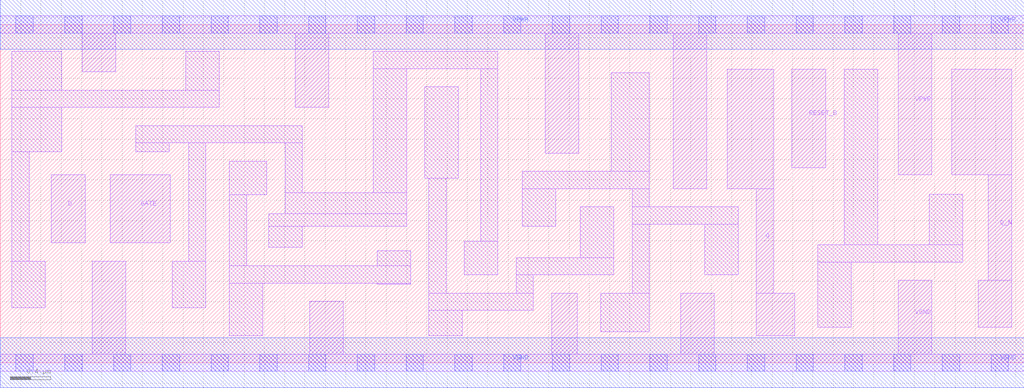
<source format=lef>
# Copyright 2020 The SkyWater PDK Authors
#
# Licensed under the Apache License, Version 2.0 (the "License");
# you may not use this file except in compliance with the License.
# You may obtain a copy of the License at
#
#     https://www.apache.org/licenses/LICENSE-2.0
#
# Unless required by applicable law or agreed to in writing, software
# distributed under the License is distributed on an "AS IS" BASIS,
# WITHOUT WARRANTIES OR CONDITIONS OF ANY KIND, either express or implied.
# See the License for the specific language governing permissions and
# limitations under the License.
#
# SPDX-License-Identifier: Apache-2.0

VERSION 5.7 ;
  NAMESCASESENSITIVE ON ;
  NOWIREEXTENSIONATPIN ON ;
  DIVIDERCHAR "/" ;
  BUSBITCHARS "[]" ;
UNITS
  DATABASE MICRONS 200 ;
END UNITS
MACRO sky130_fd_sc_lp__dlrbp_lp
  CLASS CORE ;
  SOURCE USER ;
  FOREIGN sky130_fd_sc_lp__dlrbp_lp ;
  ORIGIN  0.000000  0.000000 ;
  SIZE  10.08000 BY  3.330000 ;
  SYMMETRY X Y R90 ;
  SITE unit ;
  PIN D
    ANTENNAGATEAREA  0.376000 ;
    DIRECTION INPUT ;
    USE SIGNAL ;
    PORT
      LAYER li1 ;
        RECT 0.500000 1.180000 0.835000 1.850000 ;
    END
  END D
  PIN Q
    ANTENNADIFFAREA  0.404700 ;
    DIRECTION OUTPUT ;
    USE SIGNAL ;
    PORT
      LAYER li1 ;
        RECT 7.160000 1.715000 7.615000 2.890000 ;
        RECT 7.445000 0.265000 7.820000 0.685000 ;
        RECT 7.445000 0.685000 7.615000 1.715000 ;
    END
  END Q
  PIN Q_N
    ANTENNADIFFAREA  0.404700 ;
    DIRECTION OUTPUT ;
    USE SIGNAL ;
    PORT
      LAYER li1 ;
        RECT 9.370000 1.850000 9.960000 2.890000 ;
        RECT 9.630000 0.350000 9.960000 0.810000 ;
        RECT 9.725000 0.810000 9.960000 1.850000 ;
    END
  END Q_N
  PIN RESET_B
    ANTENNAGATEAREA  0.313000 ;
    DIRECTION INPUT ;
    USE SIGNAL ;
    PORT
      LAYER li1 ;
        RECT 7.795000 1.920000 8.125000 2.890000 ;
    END
  END RESET_B
  PIN GATE
    ANTENNAGATEAREA  0.376000 ;
    DIRECTION INPUT ;
    USE CLOCK ;
    PORT
      LAYER li1 ;
        RECT 1.085000 1.180000 1.675000 1.850000 ;
    END
  END GATE
  PIN VGND
    DIRECTION INOUT ;
    USE GROUND ;
    PORT
      LAYER li1 ;
        RECT 0.000000 -0.085000 10.080000 0.085000 ;
        RECT 0.905000  0.085000  1.235000 1.000000 ;
        RECT 3.045000  0.085000  3.375000 0.605000 ;
        RECT 5.430000  0.085000  5.680000 0.685000 ;
        RECT 6.700000  0.085000  7.030000 0.685000 ;
        RECT 8.840000  0.085000  9.170000 0.810000 ;
      LAYER mcon ;
        RECT 0.155000 -0.085000 0.325000 0.085000 ;
        RECT 0.635000 -0.085000 0.805000 0.085000 ;
        RECT 1.115000 -0.085000 1.285000 0.085000 ;
        RECT 1.595000 -0.085000 1.765000 0.085000 ;
        RECT 2.075000 -0.085000 2.245000 0.085000 ;
        RECT 2.555000 -0.085000 2.725000 0.085000 ;
        RECT 3.035000 -0.085000 3.205000 0.085000 ;
        RECT 3.515000 -0.085000 3.685000 0.085000 ;
        RECT 3.995000 -0.085000 4.165000 0.085000 ;
        RECT 4.475000 -0.085000 4.645000 0.085000 ;
        RECT 4.955000 -0.085000 5.125000 0.085000 ;
        RECT 5.435000 -0.085000 5.605000 0.085000 ;
        RECT 5.915000 -0.085000 6.085000 0.085000 ;
        RECT 6.395000 -0.085000 6.565000 0.085000 ;
        RECT 6.875000 -0.085000 7.045000 0.085000 ;
        RECT 7.355000 -0.085000 7.525000 0.085000 ;
        RECT 7.835000 -0.085000 8.005000 0.085000 ;
        RECT 8.315000 -0.085000 8.485000 0.085000 ;
        RECT 8.795000 -0.085000 8.965000 0.085000 ;
        RECT 9.275000 -0.085000 9.445000 0.085000 ;
        RECT 9.755000 -0.085000 9.925000 0.085000 ;
      LAYER met1 ;
        RECT 0.000000 -0.245000 10.080000 0.245000 ;
    END
  END VGND
  PIN VPWR
    DIRECTION INOUT ;
    USE POWER ;
    PORT
      LAYER li1 ;
        RECT 0.000000 3.245000 10.080000 3.415000 ;
        RECT 0.805000 2.865000  1.135000 3.245000 ;
        RECT 2.905000 2.515000  3.235000 3.245000 ;
        RECT 5.365000 2.065000  5.695000 3.245000 ;
        RECT 6.625000 1.715000  6.955000 3.245000 ;
        RECT 8.840000 1.850000  9.170000 3.245000 ;
      LAYER mcon ;
        RECT 0.155000 3.245000 0.325000 3.415000 ;
        RECT 0.635000 3.245000 0.805000 3.415000 ;
        RECT 1.115000 3.245000 1.285000 3.415000 ;
        RECT 1.595000 3.245000 1.765000 3.415000 ;
        RECT 2.075000 3.245000 2.245000 3.415000 ;
        RECT 2.555000 3.245000 2.725000 3.415000 ;
        RECT 3.035000 3.245000 3.205000 3.415000 ;
        RECT 3.515000 3.245000 3.685000 3.415000 ;
        RECT 3.995000 3.245000 4.165000 3.415000 ;
        RECT 4.475000 3.245000 4.645000 3.415000 ;
        RECT 4.955000 3.245000 5.125000 3.415000 ;
        RECT 5.435000 3.245000 5.605000 3.415000 ;
        RECT 5.915000 3.245000 6.085000 3.415000 ;
        RECT 6.395000 3.245000 6.565000 3.415000 ;
        RECT 6.875000 3.245000 7.045000 3.415000 ;
        RECT 7.355000 3.245000 7.525000 3.415000 ;
        RECT 7.835000 3.245000 8.005000 3.415000 ;
        RECT 8.315000 3.245000 8.485000 3.415000 ;
        RECT 8.795000 3.245000 8.965000 3.415000 ;
        RECT 9.275000 3.245000 9.445000 3.415000 ;
        RECT 9.755000 3.245000 9.925000 3.415000 ;
      LAYER met1 ;
        RECT 0.000000 3.085000 10.080000 3.575000 ;
    END
  END VPWR
  OBS
    LAYER li1 ;
      RECT 0.115000 0.540000 0.445000 1.000000 ;
      RECT 0.115000 1.000000 0.285000 2.075000 ;
      RECT 0.115000 2.075000 0.605000 2.515000 ;
      RECT 0.115000 2.515000 2.155000 2.685000 ;
      RECT 0.115000 2.685000 0.605000 3.065000 ;
      RECT 1.335000 2.075000 1.665000 2.165000 ;
      RECT 1.335000 2.165000 2.975000 2.335000 ;
      RECT 1.695000 0.540000 2.025000 1.000000 ;
      RECT 1.825000 2.685000 2.155000 3.065000 ;
      RECT 1.855000 1.000000 2.025000 2.165000 ;
      RECT 2.255000 0.265000 2.585000 0.785000 ;
      RECT 2.255000 0.785000 4.040000 0.955000 ;
      RECT 2.255000 0.955000 2.425000 1.655000 ;
      RECT 2.255000 1.655000 2.625000 1.985000 ;
      RECT 2.645000 1.135000 2.975000 1.345000 ;
      RECT 2.645000 1.345000 4.000000 1.465000 ;
      RECT 2.805000 1.465000 4.000000 1.675000 ;
      RECT 2.805000 1.675000 2.975000 2.165000 ;
      RECT 3.670000 1.675000 4.000000 2.895000 ;
      RECT 3.670000 2.895000 4.900000 3.065000 ;
      RECT 3.710000 0.775000 4.040000 0.785000 ;
      RECT 3.710000 0.955000 4.040000 1.105000 ;
      RECT 4.180000 1.815000 4.510000 2.715000 ;
      RECT 4.220000 0.265000 4.550000 0.515000 ;
      RECT 4.220000 0.515000 5.250000 0.685000 ;
      RECT 4.220000 0.685000 4.390000 1.815000 ;
      RECT 4.570000 0.865000 4.900000 1.195000 ;
      RECT 4.730000 1.195000 4.900000 2.895000 ;
      RECT 5.080000 0.685000 5.250000 0.865000 ;
      RECT 5.080000 0.865000 6.040000 1.035000 ;
      RECT 5.140000 1.345000 5.470000 1.715000 ;
      RECT 5.140000 1.715000 6.390000 1.885000 ;
      RECT 5.710000 1.035000 6.040000 1.535000 ;
      RECT 5.910000 0.305000 6.390000 0.685000 ;
      RECT 6.015000 1.885000 6.390000 2.855000 ;
      RECT 6.220000 0.685000 6.390000 1.365000 ;
      RECT 6.220000 1.365000 7.265000 1.535000 ;
      RECT 6.220000 1.535000 6.390000 1.715000 ;
      RECT 6.935000 0.865000 7.265000 1.365000 ;
      RECT 8.050000 0.350000 8.380000 0.990000 ;
      RECT 8.050000 0.990000 9.475000 1.160000 ;
      RECT 8.310000 1.160000 8.640000 2.890000 ;
      RECT 9.145000 1.160000 9.475000 1.660000 ;
  END
END sky130_fd_sc_lp__dlrbp_lp

</source>
